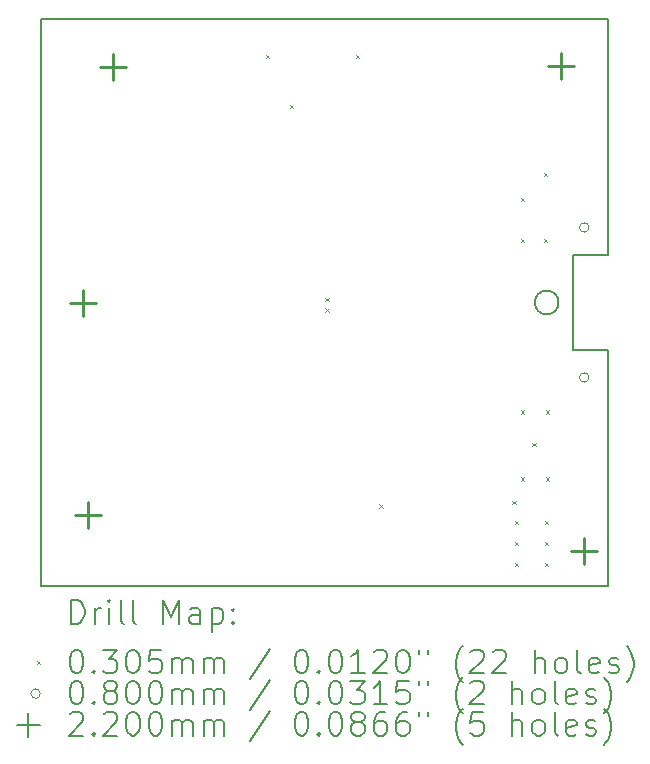
<source format=gbr>
%TF.GenerationSoftware,KiCad,Pcbnew,7.0.10-7.0.10~ubuntu22.04.1*%
%TF.CreationDate,2024-06-11T12:31:44+02:00*%
%TF.ProjectId,PQ_Lat_Board,50515f4c-6174-45f4-926f-6172642e6b69,rev?*%
%TF.SameCoordinates,Original*%
%TF.FileFunction,Drillmap*%
%TF.FilePolarity,Positive*%
%FSLAX45Y45*%
G04 Gerber Fmt 4.5, Leading zero omitted, Abs format (unit mm)*
G04 Created by KiCad (PCBNEW 7.0.10-7.0.10~ubuntu22.04.1) date 2024-06-11 12:31:44*
%MOMM*%
%LPD*%
G01*
G04 APERTURE LIST*
%ADD10C,0.150000*%
%ADD11C,0.200000*%
%ADD12C,0.100000*%
%ADD13C,0.220000*%
G04 APERTURE END LIST*
D10*
X7500000Y-9000000D02*
X12300000Y-9000000D01*
X12000000Y-6200000D02*
X12300000Y-6200000D01*
X12300000Y-4200000D02*
X12300000Y-6200000D01*
X7500000Y-4200000D02*
X7500000Y-9000000D01*
X7500000Y-4200000D02*
X12300000Y-4200000D01*
X12300000Y-9000000D02*
X12300000Y-7000000D01*
D11*
X11880000Y-6600000D02*
G75*
G03*
X11680000Y-6600000I-100000J0D01*
G01*
X11680000Y-6600000D02*
G75*
G03*
X11880000Y-6600000I100000J0D01*
G01*
D10*
X12000000Y-6200000D02*
X12000000Y-7000000D01*
X12000000Y-7000000D02*
X12300000Y-7000000D01*
D11*
D12*
X9399910Y-4501650D02*
X9430410Y-4532150D01*
X9430410Y-4501650D02*
X9399910Y-4532150D01*
X9603110Y-4925550D02*
X9633610Y-4956050D01*
X9633610Y-4925550D02*
X9603110Y-4956050D01*
X9904750Y-6648750D02*
X9935250Y-6679250D01*
X9935250Y-6648750D02*
X9904750Y-6679250D01*
X9904850Y-6560750D02*
X9935350Y-6591250D01*
X9935350Y-6560750D02*
X9904850Y-6591250D01*
X10161910Y-4501650D02*
X10192410Y-4532150D01*
X10192410Y-4501650D02*
X10161910Y-4532150D01*
X10360030Y-8309110D02*
X10390530Y-8339610D01*
X10390530Y-8309110D02*
X10360030Y-8339610D01*
X11488750Y-8276750D02*
X11519250Y-8307250D01*
X11519250Y-8276750D02*
X11488750Y-8307250D01*
X11508110Y-8448810D02*
X11538610Y-8479310D01*
X11538610Y-8448810D02*
X11508110Y-8479310D01*
X11508110Y-8626610D02*
X11538610Y-8657110D01*
X11538610Y-8626610D02*
X11508110Y-8657110D01*
X11508110Y-8804410D02*
X11538610Y-8834910D01*
X11538610Y-8804410D02*
X11508110Y-8834910D01*
X11558910Y-5713230D02*
X11589410Y-5743730D01*
X11589410Y-5713230D02*
X11558910Y-5743730D01*
X11561450Y-6058670D02*
X11591950Y-6089170D01*
X11591950Y-6058670D02*
X11561450Y-6089170D01*
X11561450Y-7514090D02*
X11591950Y-7544590D01*
X11591950Y-7514090D02*
X11561450Y-7544590D01*
X11561450Y-8077970D02*
X11591950Y-8108470D01*
X11591950Y-8077970D02*
X11561450Y-8108470D01*
X11657970Y-7788410D02*
X11688470Y-7818910D01*
X11688470Y-7788410D02*
X11657970Y-7818910D01*
X11754490Y-5499870D02*
X11784990Y-5530370D01*
X11784990Y-5499870D02*
X11754490Y-5530370D01*
X11754490Y-6058670D02*
X11784990Y-6089170D01*
X11784990Y-6058670D02*
X11754490Y-6089170D01*
X11762110Y-8448810D02*
X11792610Y-8479310D01*
X11792610Y-8448810D02*
X11762110Y-8479310D01*
X11762110Y-8626610D02*
X11792610Y-8657110D01*
X11792610Y-8626610D02*
X11762110Y-8657110D01*
X11762110Y-8804410D02*
X11792610Y-8834910D01*
X11792610Y-8804410D02*
X11762110Y-8834910D01*
X11772270Y-7514090D02*
X11802770Y-7544590D01*
X11802770Y-7514090D02*
X11772270Y-7544590D01*
X11772270Y-8077970D02*
X11802770Y-8108470D01*
X11802770Y-8077970D02*
X11772270Y-8108470D01*
X12137400Y-5964700D02*
G75*
G03*
X12057400Y-5964700I-40000J0D01*
G01*
X12057400Y-5964700D02*
G75*
G03*
X12137400Y-5964700I40000J0D01*
G01*
X12137400Y-7234700D02*
G75*
G03*
X12057400Y-7234700I-40000J0D01*
G01*
X12057400Y-7234700D02*
G75*
G03*
X12137400Y-7234700I40000J0D01*
G01*
D13*
X7850520Y-6492240D02*
X7850520Y-6712240D01*
X7740520Y-6602240D02*
X7960520Y-6602240D01*
X7900000Y-8290000D02*
X7900000Y-8510000D01*
X7790000Y-8400000D02*
X8010000Y-8400000D01*
X8105000Y-4495000D02*
X8105000Y-4715000D01*
X7995000Y-4605000D02*
X8215000Y-4605000D01*
X11900000Y-4490000D02*
X11900000Y-4710000D01*
X11790000Y-4600000D02*
X12010000Y-4600000D01*
X12100000Y-8590000D02*
X12100000Y-8810000D01*
X11990000Y-8700000D02*
X12210000Y-8700000D01*
D11*
X7753277Y-9318984D02*
X7753277Y-9118984D01*
X7753277Y-9118984D02*
X7800896Y-9118984D01*
X7800896Y-9118984D02*
X7829467Y-9128508D01*
X7829467Y-9128508D02*
X7848515Y-9147555D01*
X7848515Y-9147555D02*
X7858039Y-9166603D01*
X7858039Y-9166603D02*
X7867562Y-9204698D01*
X7867562Y-9204698D02*
X7867562Y-9233270D01*
X7867562Y-9233270D02*
X7858039Y-9271365D01*
X7858039Y-9271365D02*
X7848515Y-9290412D01*
X7848515Y-9290412D02*
X7829467Y-9309460D01*
X7829467Y-9309460D02*
X7800896Y-9318984D01*
X7800896Y-9318984D02*
X7753277Y-9318984D01*
X7953277Y-9318984D02*
X7953277Y-9185650D01*
X7953277Y-9223746D02*
X7962801Y-9204698D01*
X7962801Y-9204698D02*
X7972324Y-9195174D01*
X7972324Y-9195174D02*
X7991372Y-9185650D01*
X7991372Y-9185650D02*
X8010420Y-9185650D01*
X8077086Y-9318984D02*
X8077086Y-9185650D01*
X8077086Y-9118984D02*
X8067562Y-9128508D01*
X8067562Y-9128508D02*
X8077086Y-9138031D01*
X8077086Y-9138031D02*
X8086610Y-9128508D01*
X8086610Y-9128508D02*
X8077086Y-9118984D01*
X8077086Y-9118984D02*
X8077086Y-9138031D01*
X8200896Y-9318984D02*
X8181848Y-9309460D01*
X8181848Y-9309460D02*
X8172324Y-9290412D01*
X8172324Y-9290412D02*
X8172324Y-9118984D01*
X8305658Y-9318984D02*
X8286610Y-9309460D01*
X8286610Y-9309460D02*
X8277086Y-9290412D01*
X8277086Y-9290412D02*
X8277086Y-9118984D01*
X8534229Y-9318984D02*
X8534229Y-9118984D01*
X8534229Y-9118984D02*
X8600896Y-9261841D01*
X8600896Y-9261841D02*
X8667563Y-9118984D01*
X8667563Y-9118984D02*
X8667563Y-9318984D01*
X8848515Y-9318984D02*
X8848515Y-9214222D01*
X8848515Y-9214222D02*
X8838991Y-9195174D01*
X8838991Y-9195174D02*
X8819944Y-9185650D01*
X8819944Y-9185650D02*
X8781848Y-9185650D01*
X8781848Y-9185650D02*
X8762801Y-9195174D01*
X8848515Y-9309460D02*
X8829467Y-9318984D01*
X8829467Y-9318984D02*
X8781848Y-9318984D01*
X8781848Y-9318984D02*
X8762801Y-9309460D01*
X8762801Y-9309460D02*
X8753277Y-9290412D01*
X8753277Y-9290412D02*
X8753277Y-9271365D01*
X8753277Y-9271365D02*
X8762801Y-9252317D01*
X8762801Y-9252317D02*
X8781848Y-9242793D01*
X8781848Y-9242793D02*
X8829467Y-9242793D01*
X8829467Y-9242793D02*
X8848515Y-9233270D01*
X8943753Y-9185650D02*
X8943753Y-9385650D01*
X8943753Y-9195174D02*
X8962801Y-9185650D01*
X8962801Y-9185650D02*
X9000896Y-9185650D01*
X9000896Y-9185650D02*
X9019944Y-9195174D01*
X9019944Y-9195174D02*
X9029467Y-9204698D01*
X9029467Y-9204698D02*
X9038991Y-9223746D01*
X9038991Y-9223746D02*
X9038991Y-9280889D01*
X9038991Y-9280889D02*
X9029467Y-9299936D01*
X9029467Y-9299936D02*
X9019944Y-9309460D01*
X9019944Y-9309460D02*
X9000896Y-9318984D01*
X9000896Y-9318984D02*
X8962801Y-9318984D01*
X8962801Y-9318984D02*
X8943753Y-9309460D01*
X9124705Y-9299936D02*
X9134229Y-9309460D01*
X9134229Y-9309460D02*
X9124705Y-9318984D01*
X9124705Y-9318984D02*
X9115182Y-9309460D01*
X9115182Y-9309460D02*
X9124705Y-9299936D01*
X9124705Y-9299936D02*
X9124705Y-9318984D01*
X9124705Y-9195174D02*
X9134229Y-9204698D01*
X9134229Y-9204698D02*
X9124705Y-9214222D01*
X9124705Y-9214222D02*
X9115182Y-9204698D01*
X9115182Y-9204698D02*
X9124705Y-9195174D01*
X9124705Y-9195174D02*
X9124705Y-9214222D01*
D12*
X7462000Y-9632250D02*
X7492500Y-9662750D01*
X7492500Y-9632250D02*
X7462000Y-9662750D01*
D11*
X7791372Y-9538984D02*
X7810420Y-9538984D01*
X7810420Y-9538984D02*
X7829467Y-9548508D01*
X7829467Y-9548508D02*
X7838991Y-9558031D01*
X7838991Y-9558031D02*
X7848515Y-9577079D01*
X7848515Y-9577079D02*
X7858039Y-9615174D01*
X7858039Y-9615174D02*
X7858039Y-9662793D01*
X7858039Y-9662793D02*
X7848515Y-9700889D01*
X7848515Y-9700889D02*
X7838991Y-9719936D01*
X7838991Y-9719936D02*
X7829467Y-9729460D01*
X7829467Y-9729460D02*
X7810420Y-9738984D01*
X7810420Y-9738984D02*
X7791372Y-9738984D01*
X7791372Y-9738984D02*
X7772324Y-9729460D01*
X7772324Y-9729460D02*
X7762801Y-9719936D01*
X7762801Y-9719936D02*
X7753277Y-9700889D01*
X7753277Y-9700889D02*
X7743753Y-9662793D01*
X7743753Y-9662793D02*
X7743753Y-9615174D01*
X7743753Y-9615174D02*
X7753277Y-9577079D01*
X7753277Y-9577079D02*
X7762801Y-9558031D01*
X7762801Y-9558031D02*
X7772324Y-9548508D01*
X7772324Y-9548508D02*
X7791372Y-9538984D01*
X7943753Y-9719936D02*
X7953277Y-9729460D01*
X7953277Y-9729460D02*
X7943753Y-9738984D01*
X7943753Y-9738984D02*
X7934229Y-9729460D01*
X7934229Y-9729460D02*
X7943753Y-9719936D01*
X7943753Y-9719936D02*
X7943753Y-9738984D01*
X8019943Y-9538984D02*
X8143753Y-9538984D01*
X8143753Y-9538984D02*
X8077086Y-9615174D01*
X8077086Y-9615174D02*
X8105658Y-9615174D01*
X8105658Y-9615174D02*
X8124705Y-9624698D01*
X8124705Y-9624698D02*
X8134229Y-9634222D01*
X8134229Y-9634222D02*
X8143753Y-9653270D01*
X8143753Y-9653270D02*
X8143753Y-9700889D01*
X8143753Y-9700889D02*
X8134229Y-9719936D01*
X8134229Y-9719936D02*
X8124705Y-9729460D01*
X8124705Y-9729460D02*
X8105658Y-9738984D01*
X8105658Y-9738984D02*
X8048515Y-9738984D01*
X8048515Y-9738984D02*
X8029467Y-9729460D01*
X8029467Y-9729460D02*
X8019943Y-9719936D01*
X8267562Y-9538984D02*
X8286610Y-9538984D01*
X8286610Y-9538984D02*
X8305658Y-9548508D01*
X8305658Y-9548508D02*
X8315182Y-9558031D01*
X8315182Y-9558031D02*
X8324705Y-9577079D01*
X8324705Y-9577079D02*
X8334229Y-9615174D01*
X8334229Y-9615174D02*
X8334229Y-9662793D01*
X8334229Y-9662793D02*
X8324705Y-9700889D01*
X8324705Y-9700889D02*
X8315182Y-9719936D01*
X8315182Y-9719936D02*
X8305658Y-9729460D01*
X8305658Y-9729460D02*
X8286610Y-9738984D01*
X8286610Y-9738984D02*
X8267562Y-9738984D01*
X8267562Y-9738984D02*
X8248515Y-9729460D01*
X8248515Y-9729460D02*
X8238991Y-9719936D01*
X8238991Y-9719936D02*
X8229467Y-9700889D01*
X8229467Y-9700889D02*
X8219943Y-9662793D01*
X8219943Y-9662793D02*
X8219943Y-9615174D01*
X8219943Y-9615174D02*
X8229467Y-9577079D01*
X8229467Y-9577079D02*
X8238991Y-9558031D01*
X8238991Y-9558031D02*
X8248515Y-9548508D01*
X8248515Y-9548508D02*
X8267562Y-9538984D01*
X8515182Y-9538984D02*
X8419944Y-9538984D01*
X8419944Y-9538984D02*
X8410420Y-9634222D01*
X8410420Y-9634222D02*
X8419944Y-9624698D01*
X8419944Y-9624698D02*
X8438991Y-9615174D01*
X8438991Y-9615174D02*
X8486610Y-9615174D01*
X8486610Y-9615174D02*
X8505658Y-9624698D01*
X8505658Y-9624698D02*
X8515182Y-9634222D01*
X8515182Y-9634222D02*
X8524705Y-9653270D01*
X8524705Y-9653270D02*
X8524705Y-9700889D01*
X8524705Y-9700889D02*
X8515182Y-9719936D01*
X8515182Y-9719936D02*
X8505658Y-9729460D01*
X8505658Y-9729460D02*
X8486610Y-9738984D01*
X8486610Y-9738984D02*
X8438991Y-9738984D01*
X8438991Y-9738984D02*
X8419944Y-9729460D01*
X8419944Y-9729460D02*
X8410420Y-9719936D01*
X8610420Y-9738984D02*
X8610420Y-9605650D01*
X8610420Y-9624698D02*
X8619944Y-9615174D01*
X8619944Y-9615174D02*
X8638991Y-9605650D01*
X8638991Y-9605650D02*
X8667563Y-9605650D01*
X8667563Y-9605650D02*
X8686610Y-9615174D01*
X8686610Y-9615174D02*
X8696134Y-9634222D01*
X8696134Y-9634222D02*
X8696134Y-9738984D01*
X8696134Y-9634222D02*
X8705658Y-9615174D01*
X8705658Y-9615174D02*
X8724705Y-9605650D01*
X8724705Y-9605650D02*
X8753277Y-9605650D01*
X8753277Y-9605650D02*
X8772325Y-9615174D01*
X8772325Y-9615174D02*
X8781848Y-9634222D01*
X8781848Y-9634222D02*
X8781848Y-9738984D01*
X8877086Y-9738984D02*
X8877086Y-9605650D01*
X8877086Y-9624698D02*
X8886610Y-9615174D01*
X8886610Y-9615174D02*
X8905658Y-9605650D01*
X8905658Y-9605650D02*
X8934229Y-9605650D01*
X8934229Y-9605650D02*
X8953277Y-9615174D01*
X8953277Y-9615174D02*
X8962801Y-9634222D01*
X8962801Y-9634222D02*
X8962801Y-9738984D01*
X8962801Y-9634222D02*
X8972325Y-9615174D01*
X8972325Y-9615174D02*
X8991372Y-9605650D01*
X8991372Y-9605650D02*
X9019944Y-9605650D01*
X9019944Y-9605650D02*
X9038991Y-9615174D01*
X9038991Y-9615174D02*
X9048515Y-9634222D01*
X9048515Y-9634222D02*
X9048515Y-9738984D01*
X9438991Y-9529460D02*
X9267563Y-9786603D01*
X9696134Y-9538984D02*
X9715182Y-9538984D01*
X9715182Y-9538984D02*
X9734229Y-9548508D01*
X9734229Y-9548508D02*
X9743753Y-9558031D01*
X9743753Y-9558031D02*
X9753277Y-9577079D01*
X9753277Y-9577079D02*
X9762801Y-9615174D01*
X9762801Y-9615174D02*
X9762801Y-9662793D01*
X9762801Y-9662793D02*
X9753277Y-9700889D01*
X9753277Y-9700889D02*
X9743753Y-9719936D01*
X9743753Y-9719936D02*
X9734229Y-9729460D01*
X9734229Y-9729460D02*
X9715182Y-9738984D01*
X9715182Y-9738984D02*
X9696134Y-9738984D01*
X9696134Y-9738984D02*
X9677087Y-9729460D01*
X9677087Y-9729460D02*
X9667563Y-9719936D01*
X9667563Y-9719936D02*
X9658039Y-9700889D01*
X9658039Y-9700889D02*
X9648515Y-9662793D01*
X9648515Y-9662793D02*
X9648515Y-9615174D01*
X9648515Y-9615174D02*
X9658039Y-9577079D01*
X9658039Y-9577079D02*
X9667563Y-9558031D01*
X9667563Y-9558031D02*
X9677087Y-9548508D01*
X9677087Y-9548508D02*
X9696134Y-9538984D01*
X9848515Y-9719936D02*
X9858039Y-9729460D01*
X9858039Y-9729460D02*
X9848515Y-9738984D01*
X9848515Y-9738984D02*
X9838991Y-9729460D01*
X9838991Y-9729460D02*
X9848515Y-9719936D01*
X9848515Y-9719936D02*
X9848515Y-9738984D01*
X9981848Y-9538984D02*
X10000896Y-9538984D01*
X10000896Y-9538984D02*
X10019944Y-9548508D01*
X10019944Y-9548508D02*
X10029468Y-9558031D01*
X10029468Y-9558031D02*
X10038991Y-9577079D01*
X10038991Y-9577079D02*
X10048515Y-9615174D01*
X10048515Y-9615174D02*
X10048515Y-9662793D01*
X10048515Y-9662793D02*
X10038991Y-9700889D01*
X10038991Y-9700889D02*
X10029468Y-9719936D01*
X10029468Y-9719936D02*
X10019944Y-9729460D01*
X10019944Y-9729460D02*
X10000896Y-9738984D01*
X10000896Y-9738984D02*
X9981848Y-9738984D01*
X9981848Y-9738984D02*
X9962801Y-9729460D01*
X9962801Y-9729460D02*
X9953277Y-9719936D01*
X9953277Y-9719936D02*
X9943753Y-9700889D01*
X9943753Y-9700889D02*
X9934229Y-9662793D01*
X9934229Y-9662793D02*
X9934229Y-9615174D01*
X9934229Y-9615174D02*
X9943753Y-9577079D01*
X9943753Y-9577079D02*
X9953277Y-9558031D01*
X9953277Y-9558031D02*
X9962801Y-9548508D01*
X9962801Y-9548508D02*
X9981848Y-9538984D01*
X10238991Y-9738984D02*
X10124706Y-9738984D01*
X10181848Y-9738984D02*
X10181848Y-9538984D01*
X10181848Y-9538984D02*
X10162801Y-9567555D01*
X10162801Y-9567555D02*
X10143753Y-9586603D01*
X10143753Y-9586603D02*
X10124706Y-9596127D01*
X10315182Y-9558031D02*
X10324706Y-9548508D01*
X10324706Y-9548508D02*
X10343753Y-9538984D01*
X10343753Y-9538984D02*
X10391372Y-9538984D01*
X10391372Y-9538984D02*
X10410420Y-9548508D01*
X10410420Y-9548508D02*
X10419944Y-9558031D01*
X10419944Y-9558031D02*
X10429468Y-9577079D01*
X10429468Y-9577079D02*
X10429468Y-9596127D01*
X10429468Y-9596127D02*
X10419944Y-9624698D01*
X10419944Y-9624698D02*
X10305658Y-9738984D01*
X10305658Y-9738984D02*
X10429468Y-9738984D01*
X10553277Y-9538984D02*
X10572325Y-9538984D01*
X10572325Y-9538984D02*
X10591372Y-9548508D01*
X10591372Y-9548508D02*
X10600896Y-9558031D01*
X10600896Y-9558031D02*
X10610420Y-9577079D01*
X10610420Y-9577079D02*
X10619944Y-9615174D01*
X10619944Y-9615174D02*
X10619944Y-9662793D01*
X10619944Y-9662793D02*
X10610420Y-9700889D01*
X10610420Y-9700889D02*
X10600896Y-9719936D01*
X10600896Y-9719936D02*
X10591372Y-9729460D01*
X10591372Y-9729460D02*
X10572325Y-9738984D01*
X10572325Y-9738984D02*
X10553277Y-9738984D01*
X10553277Y-9738984D02*
X10534229Y-9729460D01*
X10534229Y-9729460D02*
X10524706Y-9719936D01*
X10524706Y-9719936D02*
X10515182Y-9700889D01*
X10515182Y-9700889D02*
X10505658Y-9662793D01*
X10505658Y-9662793D02*
X10505658Y-9615174D01*
X10505658Y-9615174D02*
X10515182Y-9577079D01*
X10515182Y-9577079D02*
X10524706Y-9558031D01*
X10524706Y-9558031D02*
X10534229Y-9548508D01*
X10534229Y-9548508D02*
X10553277Y-9538984D01*
X10696134Y-9538984D02*
X10696134Y-9577079D01*
X10772325Y-9538984D02*
X10772325Y-9577079D01*
X11067563Y-9815174D02*
X11058039Y-9805650D01*
X11058039Y-9805650D02*
X11038991Y-9777079D01*
X11038991Y-9777079D02*
X11029468Y-9758031D01*
X11029468Y-9758031D02*
X11019944Y-9729460D01*
X11019944Y-9729460D02*
X11010420Y-9681841D01*
X11010420Y-9681841D02*
X11010420Y-9643746D01*
X11010420Y-9643746D02*
X11019944Y-9596127D01*
X11019944Y-9596127D02*
X11029468Y-9567555D01*
X11029468Y-9567555D02*
X11038991Y-9548508D01*
X11038991Y-9548508D02*
X11058039Y-9519936D01*
X11058039Y-9519936D02*
X11067563Y-9510412D01*
X11134230Y-9558031D02*
X11143753Y-9548508D01*
X11143753Y-9548508D02*
X11162801Y-9538984D01*
X11162801Y-9538984D02*
X11210420Y-9538984D01*
X11210420Y-9538984D02*
X11229468Y-9548508D01*
X11229468Y-9548508D02*
X11238991Y-9558031D01*
X11238991Y-9558031D02*
X11248515Y-9577079D01*
X11248515Y-9577079D02*
X11248515Y-9596127D01*
X11248515Y-9596127D02*
X11238991Y-9624698D01*
X11238991Y-9624698D02*
X11124706Y-9738984D01*
X11124706Y-9738984D02*
X11248515Y-9738984D01*
X11324706Y-9558031D02*
X11334229Y-9548508D01*
X11334229Y-9548508D02*
X11353277Y-9538984D01*
X11353277Y-9538984D02*
X11400896Y-9538984D01*
X11400896Y-9538984D02*
X11419944Y-9548508D01*
X11419944Y-9548508D02*
X11429468Y-9558031D01*
X11429468Y-9558031D02*
X11438991Y-9577079D01*
X11438991Y-9577079D02*
X11438991Y-9596127D01*
X11438991Y-9596127D02*
X11429468Y-9624698D01*
X11429468Y-9624698D02*
X11315182Y-9738984D01*
X11315182Y-9738984D02*
X11438991Y-9738984D01*
X11677087Y-9738984D02*
X11677087Y-9538984D01*
X11762801Y-9738984D02*
X11762801Y-9634222D01*
X11762801Y-9634222D02*
X11753277Y-9615174D01*
X11753277Y-9615174D02*
X11734230Y-9605650D01*
X11734230Y-9605650D02*
X11705658Y-9605650D01*
X11705658Y-9605650D02*
X11686610Y-9615174D01*
X11686610Y-9615174D02*
X11677087Y-9624698D01*
X11886610Y-9738984D02*
X11867563Y-9729460D01*
X11867563Y-9729460D02*
X11858039Y-9719936D01*
X11858039Y-9719936D02*
X11848515Y-9700889D01*
X11848515Y-9700889D02*
X11848515Y-9643746D01*
X11848515Y-9643746D02*
X11858039Y-9624698D01*
X11858039Y-9624698D02*
X11867563Y-9615174D01*
X11867563Y-9615174D02*
X11886610Y-9605650D01*
X11886610Y-9605650D02*
X11915182Y-9605650D01*
X11915182Y-9605650D02*
X11934230Y-9615174D01*
X11934230Y-9615174D02*
X11943753Y-9624698D01*
X11943753Y-9624698D02*
X11953277Y-9643746D01*
X11953277Y-9643746D02*
X11953277Y-9700889D01*
X11953277Y-9700889D02*
X11943753Y-9719936D01*
X11943753Y-9719936D02*
X11934230Y-9729460D01*
X11934230Y-9729460D02*
X11915182Y-9738984D01*
X11915182Y-9738984D02*
X11886610Y-9738984D01*
X12067563Y-9738984D02*
X12048515Y-9729460D01*
X12048515Y-9729460D02*
X12038991Y-9710412D01*
X12038991Y-9710412D02*
X12038991Y-9538984D01*
X12219944Y-9729460D02*
X12200896Y-9738984D01*
X12200896Y-9738984D02*
X12162801Y-9738984D01*
X12162801Y-9738984D02*
X12143753Y-9729460D01*
X12143753Y-9729460D02*
X12134230Y-9710412D01*
X12134230Y-9710412D02*
X12134230Y-9634222D01*
X12134230Y-9634222D02*
X12143753Y-9615174D01*
X12143753Y-9615174D02*
X12162801Y-9605650D01*
X12162801Y-9605650D02*
X12200896Y-9605650D01*
X12200896Y-9605650D02*
X12219944Y-9615174D01*
X12219944Y-9615174D02*
X12229468Y-9634222D01*
X12229468Y-9634222D02*
X12229468Y-9653270D01*
X12229468Y-9653270D02*
X12134230Y-9672317D01*
X12305658Y-9729460D02*
X12324706Y-9738984D01*
X12324706Y-9738984D02*
X12362801Y-9738984D01*
X12362801Y-9738984D02*
X12381849Y-9729460D01*
X12381849Y-9729460D02*
X12391372Y-9710412D01*
X12391372Y-9710412D02*
X12391372Y-9700889D01*
X12391372Y-9700889D02*
X12381849Y-9681841D01*
X12381849Y-9681841D02*
X12362801Y-9672317D01*
X12362801Y-9672317D02*
X12334230Y-9672317D01*
X12334230Y-9672317D02*
X12315182Y-9662793D01*
X12315182Y-9662793D02*
X12305658Y-9643746D01*
X12305658Y-9643746D02*
X12305658Y-9634222D01*
X12305658Y-9634222D02*
X12315182Y-9615174D01*
X12315182Y-9615174D02*
X12334230Y-9605650D01*
X12334230Y-9605650D02*
X12362801Y-9605650D01*
X12362801Y-9605650D02*
X12381849Y-9615174D01*
X12458039Y-9815174D02*
X12467563Y-9805650D01*
X12467563Y-9805650D02*
X12486611Y-9777079D01*
X12486611Y-9777079D02*
X12496134Y-9758031D01*
X12496134Y-9758031D02*
X12505658Y-9729460D01*
X12505658Y-9729460D02*
X12515182Y-9681841D01*
X12515182Y-9681841D02*
X12515182Y-9643746D01*
X12515182Y-9643746D02*
X12505658Y-9596127D01*
X12505658Y-9596127D02*
X12496134Y-9567555D01*
X12496134Y-9567555D02*
X12486611Y-9548508D01*
X12486611Y-9548508D02*
X12467563Y-9519936D01*
X12467563Y-9519936D02*
X12458039Y-9510412D01*
D12*
X7492500Y-9911500D02*
G75*
G03*
X7412500Y-9911500I-40000J0D01*
G01*
X7412500Y-9911500D02*
G75*
G03*
X7492500Y-9911500I40000J0D01*
G01*
D11*
X7791372Y-9802984D02*
X7810420Y-9802984D01*
X7810420Y-9802984D02*
X7829467Y-9812508D01*
X7829467Y-9812508D02*
X7838991Y-9822031D01*
X7838991Y-9822031D02*
X7848515Y-9841079D01*
X7848515Y-9841079D02*
X7858039Y-9879174D01*
X7858039Y-9879174D02*
X7858039Y-9926793D01*
X7858039Y-9926793D02*
X7848515Y-9964889D01*
X7848515Y-9964889D02*
X7838991Y-9983936D01*
X7838991Y-9983936D02*
X7829467Y-9993460D01*
X7829467Y-9993460D02*
X7810420Y-10002984D01*
X7810420Y-10002984D02*
X7791372Y-10002984D01*
X7791372Y-10002984D02*
X7772324Y-9993460D01*
X7772324Y-9993460D02*
X7762801Y-9983936D01*
X7762801Y-9983936D02*
X7753277Y-9964889D01*
X7753277Y-9964889D02*
X7743753Y-9926793D01*
X7743753Y-9926793D02*
X7743753Y-9879174D01*
X7743753Y-9879174D02*
X7753277Y-9841079D01*
X7753277Y-9841079D02*
X7762801Y-9822031D01*
X7762801Y-9822031D02*
X7772324Y-9812508D01*
X7772324Y-9812508D02*
X7791372Y-9802984D01*
X7943753Y-9983936D02*
X7953277Y-9993460D01*
X7953277Y-9993460D02*
X7943753Y-10002984D01*
X7943753Y-10002984D02*
X7934229Y-9993460D01*
X7934229Y-9993460D02*
X7943753Y-9983936D01*
X7943753Y-9983936D02*
X7943753Y-10002984D01*
X8067562Y-9888698D02*
X8048515Y-9879174D01*
X8048515Y-9879174D02*
X8038991Y-9869650D01*
X8038991Y-9869650D02*
X8029467Y-9850603D01*
X8029467Y-9850603D02*
X8029467Y-9841079D01*
X8029467Y-9841079D02*
X8038991Y-9822031D01*
X8038991Y-9822031D02*
X8048515Y-9812508D01*
X8048515Y-9812508D02*
X8067562Y-9802984D01*
X8067562Y-9802984D02*
X8105658Y-9802984D01*
X8105658Y-9802984D02*
X8124705Y-9812508D01*
X8124705Y-9812508D02*
X8134229Y-9822031D01*
X8134229Y-9822031D02*
X8143753Y-9841079D01*
X8143753Y-9841079D02*
X8143753Y-9850603D01*
X8143753Y-9850603D02*
X8134229Y-9869650D01*
X8134229Y-9869650D02*
X8124705Y-9879174D01*
X8124705Y-9879174D02*
X8105658Y-9888698D01*
X8105658Y-9888698D02*
X8067562Y-9888698D01*
X8067562Y-9888698D02*
X8048515Y-9898222D01*
X8048515Y-9898222D02*
X8038991Y-9907746D01*
X8038991Y-9907746D02*
X8029467Y-9926793D01*
X8029467Y-9926793D02*
X8029467Y-9964889D01*
X8029467Y-9964889D02*
X8038991Y-9983936D01*
X8038991Y-9983936D02*
X8048515Y-9993460D01*
X8048515Y-9993460D02*
X8067562Y-10002984D01*
X8067562Y-10002984D02*
X8105658Y-10002984D01*
X8105658Y-10002984D02*
X8124705Y-9993460D01*
X8124705Y-9993460D02*
X8134229Y-9983936D01*
X8134229Y-9983936D02*
X8143753Y-9964889D01*
X8143753Y-9964889D02*
X8143753Y-9926793D01*
X8143753Y-9926793D02*
X8134229Y-9907746D01*
X8134229Y-9907746D02*
X8124705Y-9898222D01*
X8124705Y-9898222D02*
X8105658Y-9888698D01*
X8267562Y-9802984D02*
X8286610Y-9802984D01*
X8286610Y-9802984D02*
X8305658Y-9812508D01*
X8305658Y-9812508D02*
X8315182Y-9822031D01*
X8315182Y-9822031D02*
X8324705Y-9841079D01*
X8324705Y-9841079D02*
X8334229Y-9879174D01*
X8334229Y-9879174D02*
X8334229Y-9926793D01*
X8334229Y-9926793D02*
X8324705Y-9964889D01*
X8324705Y-9964889D02*
X8315182Y-9983936D01*
X8315182Y-9983936D02*
X8305658Y-9993460D01*
X8305658Y-9993460D02*
X8286610Y-10002984D01*
X8286610Y-10002984D02*
X8267562Y-10002984D01*
X8267562Y-10002984D02*
X8248515Y-9993460D01*
X8248515Y-9993460D02*
X8238991Y-9983936D01*
X8238991Y-9983936D02*
X8229467Y-9964889D01*
X8229467Y-9964889D02*
X8219943Y-9926793D01*
X8219943Y-9926793D02*
X8219943Y-9879174D01*
X8219943Y-9879174D02*
X8229467Y-9841079D01*
X8229467Y-9841079D02*
X8238991Y-9822031D01*
X8238991Y-9822031D02*
X8248515Y-9812508D01*
X8248515Y-9812508D02*
X8267562Y-9802984D01*
X8458039Y-9802984D02*
X8477086Y-9802984D01*
X8477086Y-9802984D02*
X8496134Y-9812508D01*
X8496134Y-9812508D02*
X8505658Y-9822031D01*
X8505658Y-9822031D02*
X8515182Y-9841079D01*
X8515182Y-9841079D02*
X8524705Y-9879174D01*
X8524705Y-9879174D02*
X8524705Y-9926793D01*
X8524705Y-9926793D02*
X8515182Y-9964889D01*
X8515182Y-9964889D02*
X8505658Y-9983936D01*
X8505658Y-9983936D02*
X8496134Y-9993460D01*
X8496134Y-9993460D02*
X8477086Y-10002984D01*
X8477086Y-10002984D02*
X8458039Y-10002984D01*
X8458039Y-10002984D02*
X8438991Y-9993460D01*
X8438991Y-9993460D02*
X8429467Y-9983936D01*
X8429467Y-9983936D02*
X8419944Y-9964889D01*
X8419944Y-9964889D02*
X8410420Y-9926793D01*
X8410420Y-9926793D02*
X8410420Y-9879174D01*
X8410420Y-9879174D02*
X8419944Y-9841079D01*
X8419944Y-9841079D02*
X8429467Y-9822031D01*
X8429467Y-9822031D02*
X8438991Y-9812508D01*
X8438991Y-9812508D02*
X8458039Y-9802984D01*
X8610420Y-10002984D02*
X8610420Y-9869650D01*
X8610420Y-9888698D02*
X8619944Y-9879174D01*
X8619944Y-9879174D02*
X8638991Y-9869650D01*
X8638991Y-9869650D02*
X8667563Y-9869650D01*
X8667563Y-9869650D02*
X8686610Y-9879174D01*
X8686610Y-9879174D02*
X8696134Y-9898222D01*
X8696134Y-9898222D02*
X8696134Y-10002984D01*
X8696134Y-9898222D02*
X8705658Y-9879174D01*
X8705658Y-9879174D02*
X8724705Y-9869650D01*
X8724705Y-9869650D02*
X8753277Y-9869650D01*
X8753277Y-9869650D02*
X8772325Y-9879174D01*
X8772325Y-9879174D02*
X8781848Y-9898222D01*
X8781848Y-9898222D02*
X8781848Y-10002984D01*
X8877086Y-10002984D02*
X8877086Y-9869650D01*
X8877086Y-9888698D02*
X8886610Y-9879174D01*
X8886610Y-9879174D02*
X8905658Y-9869650D01*
X8905658Y-9869650D02*
X8934229Y-9869650D01*
X8934229Y-9869650D02*
X8953277Y-9879174D01*
X8953277Y-9879174D02*
X8962801Y-9898222D01*
X8962801Y-9898222D02*
X8962801Y-10002984D01*
X8962801Y-9898222D02*
X8972325Y-9879174D01*
X8972325Y-9879174D02*
X8991372Y-9869650D01*
X8991372Y-9869650D02*
X9019944Y-9869650D01*
X9019944Y-9869650D02*
X9038991Y-9879174D01*
X9038991Y-9879174D02*
X9048515Y-9898222D01*
X9048515Y-9898222D02*
X9048515Y-10002984D01*
X9438991Y-9793460D02*
X9267563Y-10050603D01*
X9696134Y-9802984D02*
X9715182Y-9802984D01*
X9715182Y-9802984D02*
X9734229Y-9812508D01*
X9734229Y-9812508D02*
X9743753Y-9822031D01*
X9743753Y-9822031D02*
X9753277Y-9841079D01*
X9753277Y-9841079D02*
X9762801Y-9879174D01*
X9762801Y-9879174D02*
X9762801Y-9926793D01*
X9762801Y-9926793D02*
X9753277Y-9964889D01*
X9753277Y-9964889D02*
X9743753Y-9983936D01*
X9743753Y-9983936D02*
X9734229Y-9993460D01*
X9734229Y-9993460D02*
X9715182Y-10002984D01*
X9715182Y-10002984D02*
X9696134Y-10002984D01*
X9696134Y-10002984D02*
X9677087Y-9993460D01*
X9677087Y-9993460D02*
X9667563Y-9983936D01*
X9667563Y-9983936D02*
X9658039Y-9964889D01*
X9658039Y-9964889D02*
X9648515Y-9926793D01*
X9648515Y-9926793D02*
X9648515Y-9879174D01*
X9648515Y-9879174D02*
X9658039Y-9841079D01*
X9658039Y-9841079D02*
X9667563Y-9822031D01*
X9667563Y-9822031D02*
X9677087Y-9812508D01*
X9677087Y-9812508D02*
X9696134Y-9802984D01*
X9848515Y-9983936D02*
X9858039Y-9993460D01*
X9858039Y-9993460D02*
X9848515Y-10002984D01*
X9848515Y-10002984D02*
X9838991Y-9993460D01*
X9838991Y-9993460D02*
X9848515Y-9983936D01*
X9848515Y-9983936D02*
X9848515Y-10002984D01*
X9981848Y-9802984D02*
X10000896Y-9802984D01*
X10000896Y-9802984D02*
X10019944Y-9812508D01*
X10019944Y-9812508D02*
X10029468Y-9822031D01*
X10029468Y-9822031D02*
X10038991Y-9841079D01*
X10038991Y-9841079D02*
X10048515Y-9879174D01*
X10048515Y-9879174D02*
X10048515Y-9926793D01*
X10048515Y-9926793D02*
X10038991Y-9964889D01*
X10038991Y-9964889D02*
X10029468Y-9983936D01*
X10029468Y-9983936D02*
X10019944Y-9993460D01*
X10019944Y-9993460D02*
X10000896Y-10002984D01*
X10000896Y-10002984D02*
X9981848Y-10002984D01*
X9981848Y-10002984D02*
X9962801Y-9993460D01*
X9962801Y-9993460D02*
X9953277Y-9983936D01*
X9953277Y-9983936D02*
X9943753Y-9964889D01*
X9943753Y-9964889D02*
X9934229Y-9926793D01*
X9934229Y-9926793D02*
X9934229Y-9879174D01*
X9934229Y-9879174D02*
X9943753Y-9841079D01*
X9943753Y-9841079D02*
X9953277Y-9822031D01*
X9953277Y-9822031D02*
X9962801Y-9812508D01*
X9962801Y-9812508D02*
X9981848Y-9802984D01*
X10115182Y-9802984D02*
X10238991Y-9802984D01*
X10238991Y-9802984D02*
X10172325Y-9879174D01*
X10172325Y-9879174D02*
X10200896Y-9879174D01*
X10200896Y-9879174D02*
X10219944Y-9888698D01*
X10219944Y-9888698D02*
X10229468Y-9898222D01*
X10229468Y-9898222D02*
X10238991Y-9917270D01*
X10238991Y-9917270D02*
X10238991Y-9964889D01*
X10238991Y-9964889D02*
X10229468Y-9983936D01*
X10229468Y-9983936D02*
X10219944Y-9993460D01*
X10219944Y-9993460D02*
X10200896Y-10002984D01*
X10200896Y-10002984D02*
X10143753Y-10002984D01*
X10143753Y-10002984D02*
X10124706Y-9993460D01*
X10124706Y-9993460D02*
X10115182Y-9983936D01*
X10429468Y-10002984D02*
X10315182Y-10002984D01*
X10372325Y-10002984D02*
X10372325Y-9802984D01*
X10372325Y-9802984D02*
X10353277Y-9831555D01*
X10353277Y-9831555D02*
X10334229Y-9850603D01*
X10334229Y-9850603D02*
X10315182Y-9860127D01*
X10610420Y-9802984D02*
X10515182Y-9802984D01*
X10515182Y-9802984D02*
X10505658Y-9898222D01*
X10505658Y-9898222D02*
X10515182Y-9888698D01*
X10515182Y-9888698D02*
X10534229Y-9879174D01*
X10534229Y-9879174D02*
X10581849Y-9879174D01*
X10581849Y-9879174D02*
X10600896Y-9888698D01*
X10600896Y-9888698D02*
X10610420Y-9898222D01*
X10610420Y-9898222D02*
X10619944Y-9917270D01*
X10619944Y-9917270D02*
X10619944Y-9964889D01*
X10619944Y-9964889D02*
X10610420Y-9983936D01*
X10610420Y-9983936D02*
X10600896Y-9993460D01*
X10600896Y-9993460D02*
X10581849Y-10002984D01*
X10581849Y-10002984D02*
X10534229Y-10002984D01*
X10534229Y-10002984D02*
X10515182Y-9993460D01*
X10515182Y-9993460D02*
X10505658Y-9983936D01*
X10696134Y-9802984D02*
X10696134Y-9841079D01*
X10772325Y-9802984D02*
X10772325Y-9841079D01*
X11067563Y-10079174D02*
X11058039Y-10069650D01*
X11058039Y-10069650D02*
X11038991Y-10041079D01*
X11038991Y-10041079D02*
X11029468Y-10022031D01*
X11029468Y-10022031D02*
X11019944Y-9993460D01*
X11019944Y-9993460D02*
X11010420Y-9945841D01*
X11010420Y-9945841D02*
X11010420Y-9907746D01*
X11010420Y-9907746D02*
X11019944Y-9860127D01*
X11019944Y-9860127D02*
X11029468Y-9831555D01*
X11029468Y-9831555D02*
X11038991Y-9812508D01*
X11038991Y-9812508D02*
X11058039Y-9783936D01*
X11058039Y-9783936D02*
X11067563Y-9774412D01*
X11134230Y-9822031D02*
X11143753Y-9812508D01*
X11143753Y-9812508D02*
X11162801Y-9802984D01*
X11162801Y-9802984D02*
X11210420Y-9802984D01*
X11210420Y-9802984D02*
X11229468Y-9812508D01*
X11229468Y-9812508D02*
X11238991Y-9822031D01*
X11238991Y-9822031D02*
X11248515Y-9841079D01*
X11248515Y-9841079D02*
X11248515Y-9860127D01*
X11248515Y-9860127D02*
X11238991Y-9888698D01*
X11238991Y-9888698D02*
X11124706Y-10002984D01*
X11124706Y-10002984D02*
X11248515Y-10002984D01*
X11486610Y-10002984D02*
X11486610Y-9802984D01*
X11572325Y-10002984D02*
X11572325Y-9898222D01*
X11572325Y-9898222D02*
X11562801Y-9879174D01*
X11562801Y-9879174D02*
X11543753Y-9869650D01*
X11543753Y-9869650D02*
X11515182Y-9869650D01*
X11515182Y-9869650D02*
X11496134Y-9879174D01*
X11496134Y-9879174D02*
X11486610Y-9888698D01*
X11696134Y-10002984D02*
X11677087Y-9993460D01*
X11677087Y-9993460D02*
X11667563Y-9983936D01*
X11667563Y-9983936D02*
X11658039Y-9964889D01*
X11658039Y-9964889D02*
X11658039Y-9907746D01*
X11658039Y-9907746D02*
X11667563Y-9888698D01*
X11667563Y-9888698D02*
X11677087Y-9879174D01*
X11677087Y-9879174D02*
X11696134Y-9869650D01*
X11696134Y-9869650D02*
X11724706Y-9869650D01*
X11724706Y-9869650D02*
X11743753Y-9879174D01*
X11743753Y-9879174D02*
X11753277Y-9888698D01*
X11753277Y-9888698D02*
X11762801Y-9907746D01*
X11762801Y-9907746D02*
X11762801Y-9964889D01*
X11762801Y-9964889D02*
X11753277Y-9983936D01*
X11753277Y-9983936D02*
X11743753Y-9993460D01*
X11743753Y-9993460D02*
X11724706Y-10002984D01*
X11724706Y-10002984D02*
X11696134Y-10002984D01*
X11877087Y-10002984D02*
X11858039Y-9993460D01*
X11858039Y-9993460D02*
X11848515Y-9974412D01*
X11848515Y-9974412D02*
X11848515Y-9802984D01*
X12029468Y-9993460D02*
X12010420Y-10002984D01*
X12010420Y-10002984D02*
X11972325Y-10002984D01*
X11972325Y-10002984D02*
X11953277Y-9993460D01*
X11953277Y-9993460D02*
X11943753Y-9974412D01*
X11943753Y-9974412D02*
X11943753Y-9898222D01*
X11943753Y-9898222D02*
X11953277Y-9879174D01*
X11953277Y-9879174D02*
X11972325Y-9869650D01*
X11972325Y-9869650D02*
X12010420Y-9869650D01*
X12010420Y-9869650D02*
X12029468Y-9879174D01*
X12029468Y-9879174D02*
X12038991Y-9898222D01*
X12038991Y-9898222D02*
X12038991Y-9917270D01*
X12038991Y-9917270D02*
X11943753Y-9936317D01*
X12115182Y-9993460D02*
X12134230Y-10002984D01*
X12134230Y-10002984D02*
X12172325Y-10002984D01*
X12172325Y-10002984D02*
X12191372Y-9993460D01*
X12191372Y-9993460D02*
X12200896Y-9974412D01*
X12200896Y-9974412D02*
X12200896Y-9964889D01*
X12200896Y-9964889D02*
X12191372Y-9945841D01*
X12191372Y-9945841D02*
X12172325Y-9936317D01*
X12172325Y-9936317D02*
X12143753Y-9936317D01*
X12143753Y-9936317D02*
X12124706Y-9926793D01*
X12124706Y-9926793D02*
X12115182Y-9907746D01*
X12115182Y-9907746D02*
X12115182Y-9898222D01*
X12115182Y-9898222D02*
X12124706Y-9879174D01*
X12124706Y-9879174D02*
X12143753Y-9869650D01*
X12143753Y-9869650D02*
X12172325Y-9869650D01*
X12172325Y-9869650D02*
X12191372Y-9879174D01*
X12267563Y-10079174D02*
X12277087Y-10069650D01*
X12277087Y-10069650D02*
X12296134Y-10041079D01*
X12296134Y-10041079D02*
X12305658Y-10022031D01*
X12305658Y-10022031D02*
X12315182Y-9993460D01*
X12315182Y-9993460D02*
X12324706Y-9945841D01*
X12324706Y-9945841D02*
X12324706Y-9907746D01*
X12324706Y-9907746D02*
X12315182Y-9860127D01*
X12315182Y-9860127D02*
X12305658Y-9831555D01*
X12305658Y-9831555D02*
X12296134Y-9812508D01*
X12296134Y-9812508D02*
X12277087Y-9783936D01*
X12277087Y-9783936D02*
X12267563Y-9774412D01*
X7392500Y-10075500D02*
X7392500Y-10275500D01*
X7292500Y-10175500D02*
X7492500Y-10175500D01*
X7743753Y-10086031D02*
X7753277Y-10076508D01*
X7753277Y-10076508D02*
X7772324Y-10066984D01*
X7772324Y-10066984D02*
X7819943Y-10066984D01*
X7819943Y-10066984D02*
X7838991Y-10076508D01*
X7838991Y-10076508D02*
X7848515Y-10086031D01*
X7848515Y-10086031D02*
X7858039Y-10105079D01*
X7858039Y-10105079D02*
X7858039Y-10124127D01*
X7858039Y-10124127D02*
X7848515Y-10152698D01*
X7848515Y-10152698D02*
X7734229Y-10266984D01*
X7734229Y-10266984D02*
X7858039Y-10266984D01*
X7943753Y-10247936D02*
X7953277Y-10257460D01*
X7953277Y-10257460D02*
X7943753Y-10266984D01*
X7943753Y-10266984D02*
X7934229Y-10257460D01*
X7934229Y-10257460D02*
X7943753Y-10247936D01*
X7943753Y-10247936D02*
X7943753Y-10266984D01*
X8029467Y-10086031D02*
X8038991Y-10076508D01*
X8038991Y-10076508D02*
X8058039Y-10066984D01*
X8058039Y-10066984D02*
X8105658Y-10066984D01*
X8105658Y-10066984D02*
X8124705Y-10076508D01*
X8124705Y-10076508D02*
X8134229Y-10086031D01*
X8134229Y-10086031D02*
X8143753Y-10105079D01*
X8143753Y-10105079D02*
X8143753Y-10124127D01*
X8143753Y-10124127D02*
X8134229Y-10152698D01*
X8134229Y-10152698D02*
X8019943Y-10266984D01*
X8019943Y-10266984D02*
X8143753Y-10266984D01*
X8267562Y-10066984D02*
X8286610Y-10066984D01*
X8286610Y-10066984D02*
X8305658Y-10076508D01*
X8305658Y-10076508D02*
X8315182Y-10086031D01*
X8315182Y-10086031D02*
X8324705Y-10105079D01*
X8324705Y-10105079D02*
X8334229Y-10143174D01*
X8334229Y-10143174D02*
X8334229Y-10190793D01*
X8334229Y-10190793D02*
X8324705Y-10228889D01*
X8324705Y-10228889D02*
X8315182Y-10247936D01*
X8315182Y-10247936D02*
X8305658Y-10257460D01*
X8305658Y-10257460D02*
X8286610Y-10266984D01*
X8286610Y-10266984D02*
X8267562Y-10266984D01*
X8267562Y-10266984D02*
X8248515Y-10257460D01*
X8248515Y-10257460D02*
X8238991Y-10247936D01*
X8238991Y-10247936D02*
X8229467Y-10228889D01*
X8229467Y-10228889D02*
X8219943Y-10190793D01*
X8219943Y-10190793D02*
X8219943Y-10143174D01*
X8219943Y-10143174D02*
X8229467Y-10105079D01*
X8229467Y-10105079D02*
X8238991Y-10086031D01*
X8238991Y-10086031D02*
X8248515Y-10076508D01*
X8248515Y-10076508D02*
X8267562Y-10066984D01*
X8458039Y-10066984D02*
X8477086Y-10066984D01*
X8477086Y-10066984D02*
X8496134Y-10076508D01*
X8496134Y-10076508D02*
X8505658Y-10086031D01*
X8505658Y-10086031D02*
X8515182Y-10105079D01*
X8515182Y-10105079D02*
X8524705Y-10143174D01*
X8524705Y-10143174D02*
X8524705Y-10190793D01*
X8524705Y-10190793D02*
X8515182Y-10228889D01*
X8515182Y-10228889D02*
X8505658Y-10247936D01*
X8505658Y-10247936D02*
X8496134Y-10257460D01*
X8496134Y-10257460D02*
X8477086Y-10266984D01*
X8477086Y-10266984D02*
X8458039Y-10266984D01*
X8458039Y-10266984D02*
X8438991Y-10257460D01*
X8438991Y-10257460D02*
X8429467Y-10247936D01*
X8429467Y-10247936D02*
X8419944Y-10228889D01*
X8419944Y-10228889D02*
X8410420Y-10190793D01*
X8410420Y-10190793D02*
X8410420Y-10143174D01*
X8410420Y-10143174D02*
X8419944Y-10105079D01*
X8419944Y-10105079D02*
X8429467Y-10086031D01*
X8429467Y-10086031D02*
X8438991Y-10076508D01*
X8438991Y-10076508D02*
X8458039Y-10066984D01*
X8610420Y-10266984D02*
X8610420Y-10133650D01*
X8610420Y-10152698D02*
X8619944Y-10143174D01*
X8619944Y-10143174D02*
X8638991Y-10133650D01*
X8638991Y-10133650D02*
X8667563Y-10133650D01*
X8667563Y-10133650D02*
X8686610Y-10143174D01*
X8686610Y-10143174D02*
X8696134Y-10162222D01*
X8696134Y-10162222D02*
X8696134Y-10266984D01*
X8696134Y-10162222D02*
X8705658Y-10143174D01*
X8705658Y-10143174D02*
X8724705Y-10133650D01*
X8724705Y-10133650D02*
X8753277Y-10133650D01*
X8753277Y-10133650D02*
X8772325Y-10143174D01*
X8772325Y-10143174D02*
X8781848Y-10162222D01*
X8781848Y-10162222D02*
X8781848Y-10266984D01*
X8877086Y-10266984D02*
X8877086Y-10133650D01*
X8877086Y-10152698D02*
X8886610Y-10143174D01*
X8886610Y-10143174D02*
X8905658Y-10133650D01*
X8905658Y-10133650D02*
X8934229Y-10133650D01*
X8934229Y-10133650D02*
X8953277Y-10143174D01*
X8953277Y-10143174D02*
X8962801Y-10162222D01*
X8962801Y-10162222D02*
X8962801Y-10266984D01*
X8962801Y-10162222D02*
X8972325Y-10143174D01*
X8972325Y-10143174D02*
X8991372Y-10133650D01*
X8991372Y-10133650D02*
X9019944Y-10133650D01*
X9019944Y-10133650D02*
X9038991Y-10143174D01*
X9038991Y-10143174D02*
X9048515Y-10162222D01*
X9048515Y-10162222D02*
X9048515Y-10266984D01*
X9438991Y-10057460D02*
X9267563Y-10314603D01*
X9696134Y-10066984D02*
X9715182Y-10066984D01*
X9715182Y-10066984D02*
X9734229Y-10076508D01*
X9734229Y-10076508D02*
X9743753Y-10086031D01*
X9743753Y-10086031D02*
X9753277Y-10105079D01*
X9753277Y-10105079D02*
X9762801Y-10143174D01*
X9762801Y-10143174D02*
X9762801Y-10190793D01*
X9762801Y-10190793D02*
X9753277Y-10228889D01*
X9753277Y-10228889D02*
X9743753Y-10247936D01*
X9743753Y-10247936D02*
X9734229Y-10257460D01*
X9734229Y-10257460D02*
X9715182Y-10266984D01*
X9715182Y-10266984D02*
X9696134Y-10266984D01*
X9696134Y-10266984D02*
X9677087Y-10257460D01*
X9677087Y-10257460D02*
X9667563Y-10247936D01*
X9667563Y-10247936D02*
X9658039Y-10228889D01*
X9658039Y-10228889D02*
X9648515Y-10190793D01*
X9648515Y-10190793D02*
X9648515Y-10143174D01*
X9648515Y-10143174D02*
X9658039Y-10105079D01*
X9658039Y-10105079D02*
X9667563Y-10086031D01*
X9667563Y-10086031D02*
X9677087Y-10076508D01*
X9677087Y-10076508D02*
X9696134Y-10066984D01*
X9848515Y-10247936D02*
X9858039Y-10257460D01*
X9858039Y-10257460D02*
X9848515Y-10266984D01*
X9848515Y-10266984D02*
X9838991Y-10257460D01*
X9838991Y-10257460D02*
X9848515Y-10247936D01*
X9848515Y-10247936D02*
X9848515Y-10266984D01*
X9981848Y-10066984D02*
X10000896Y-10066984D01*
X10000896Y-10066984D02*
X10019944Y-10076508D01*
X10019944Y-10076508D02*
X10029468Y-10086031D01*
X10029468Y-10086031D02*
X10038991Y-10105079D01*
X10038991Y-10105079D02*
X10048515Y-10143174D01*
X10048515Y-10143174D02*
X10048515Y-10190793D01*
X10048515Y-10190793D02*
X10038991Y-10228889D01*
X10038991Y-10228889D02*
X10029468Y-10247936D01*
X10029468Y-10247936D02*
X10019944Y-10257460D01*
X10019944Y-10257460D02*
X10000896Y-10266984D01*
X10000896Y-10266984D02*
X9981848Y-10266984D01*
X9981848Y-10266984D02*
X9962801Y-10257460D01*
X9962801Y-10257460D02*
X9953277Y-10247936D01*
X9953277Y-10247936D02*
X9943753Y-10228889D01*
X9943753Y-10228889D02*
X9934229Y-10190793D01*
X9934229Y-10190793D02*
X9934229Y-10143174D01*
X9934229Y-10143174D02*
X9943753Y-10105079D01*
X9943753Y-10105079D02*
X9953277Y-10086031D01*
X9953277Y-10086031D02*
X9962801Y-10076508D01*
X9962801Y-10076508D02*
X9981848Y-10066984D01*
X10162801Y-10152698D02*
X10143753Y-10143174D01*
X10143753Y-10143174D02*
X10134229Y-10133650D01*
X10134229Y-10133650D02*
X10124706Y-10114603D01*
X10124706Y-10114603D02*
X10124706Y-10105079D01*
X10124706Y-10105079D02*
X10134229Y-10086031D01*
X10134229Y-10086031D02*
X10143753Y-10076508D01*
X10143753Y-10076508D02*
X10162801Y-10066984D01*
X10162801Y-10066984D02*
X10200896Y-10066984D01*
X10200896Y-10066984D02*
X10219944Y-10076508D01*
X10219944Y-10076508D02*
X10229468Y-10086031D01*
X10229468Y-10086031D02*
X10238991Y-10105079D01*
X10238991Y-10105079D02*
X10238991Y-10114603D01*
X10238991Y-10114603D02*
X10229468Y-10133650D01*
X10229468Y-10133650D02*
X10219944Y-10143174D01*
X10219944Y-10143174D02*
X10200896Y-10152698D01*
X10200896Y-10152698D02*
X10162801Y-10152698D01*
X10162801Y-10152698D02*
X10143753Y-10162222D01*
X10143753Y-10162222D02*
X10134229Y-10171746D01*
X10134229Y-10171746D02*
X10124706Y-10190793D01*
X10124706Y-10190793D02*
X10124706Y-10228889D01*
X10124706Y-10228889D02*
X10134229Y-10247936D01*
X10134229Y-10247936D02*
X10143753Y-10257460D01*
X10143753Y-10257460D02*
X10162801Y-10266984D01*
X10162801Y-10266984D02*
X10200896Y-10266984D01*
X10200896Y-10266984D02*
X10219944Y-10257460D01*
X10219944Y-10257460D02*
X10229468Y-10247936D01*
X10229468Y-10247936D02*
X10238991Y-10228889D01*
X10238991Y-10228889D02*
X10238991Y-10190793D01*
X10238991Y-10190793D02*
X10229468Y-10171746D01*
X10229468Y-10171746D02*
X10219944Y-10162222D01*
X10219944Y-10162222D02*
X10200896Y-10152698D01*
X10410420Y-10066984D02*
X10372325Y-10066984D01*
X10372325Y-10066984D02*
X10353277Y-10076508D01*
X10353277Y-10076508D02*
X10343753Y-10086031D01*
X10343753Y-10086031D02*
X10324706Y-10114603D01*
X10324706Y-10114603D02*
X10315182Y-10152698D01*
X10315182Y-10152698D02*
X10315182Y-10228889D01*
X10315182Y-10228889D02*
X10324706Y-10247936D01*
X10324706Y-10247936D02*
X10334229Y-10257460D01*
X10334229Y-10257460D02*
X10353277Y-10266984D01*
X10353277Y-10266984D02*
X10391372Y-10266984D01*
X10391372Y-10266984D02*
X10410420Y-10257460D01*
X10410420Y-10257460D02*
X10419944Y-10247936D01*
X10419944Y-10247936D02*
X10429468Y-10228889D01*
X10429468Y-10228889D02*
X10429468Y-10181270D01*
X10429468Y-10181270D02*
X10419944Y-10162222D01*
X10419944Y-10162222D02*
X10410420Y-10152698D01*
X10410420Y-10152698D02*
X10391372Y-10143174D01*
X10391372Y-10143174D02*
X10353277Y-10143174D01*
X10353277Y-10143174D02*
X10334229Y-10152698D01*
X10334229Y-10152698D02*
X10324706Y-10162222D01*
X10324706Y-10162222D02*
X10315182Y-10181270D01*
X10600896Y-10066984D02*
X10562801Y-10066984D01*
X10562801Y-10066984D02*
X10543753Y-10076508D01*
X10543753Y-10076508D02*
X10534229Y-10086031D01*
X10534229Y-10086031D02*
X10515182Y-10114603D01*
X10515182Y-10114603D02*
X10505658Y-10152698D01*
X10505658Y-10152698D02*
X10505658Y-10228889D01*
X10505658Y-10228889D02*
X10515182Y-10247936D01*
X10515182Y-10247936D02*
X10524706Y-10257460D01*
X10524706Y-10257460D02*
X10543753Y-10266984D01*
X10543753Y-10266984D02*
X10581849Y-10266984D01*
X10581849Y-10266984D02*
X10600896Y-10257460D01*
X10600896Y-10257460D02*
X10610420Y-10247936D01*
X10610420Y-10247936D02*
X10619944Y-10228889D01*
X10619944Y-10228889D02*
X10619944Y-10181270D01*
X10619944Y-10181270D02*
X10610420Y-10162222D01*
X10610420Y-10162222D02*
X10600896Y-10152698D01*
X10600896Y-10152698D02*
X10581849Y-10143174D01*
X10581849Y-10143174D02*
X10543753Y-10143174D01*
X10543753Y-10143174D02*
X10524706Y-10152698D01*
X10524706Y-10152698D02*
X10515182Y-10162222D01*
X10515182Y-10162222D02*
X10505658Y-10181270D01*
X10696134Y-10066984D02*
X10696134Y-10105079D01*
X10772325Y-10066984D02*
X10772325Y-10105079D01*
X11067563Y-10343174D02*
X11058039Y-10333650D01*
X11058039Y-10333650D02*
X11038991Y-10305079D01*
X11038991Y-10305079D02*
X11029468Y-10286031D01*
X11029468Y-10286031D02*
X11019944Y-10257460D01*
X11019944Y-10257460D02*
X11010420Y-10209841D01*
X11010420Y-10209841D02*
X11010420Y-10171746D01*
X11010420Y-10171746D02*
X11019944Y-10124127D01*
X11019944Y-10124127D02*
X11029468Y-10095555D01*
X11029468Y-10095555D02*
X11038991Y-10076508D01*
X11038991Y-10076508D02*
X11058039Y-10047936D01*
X11058039Y-10047936D02*
X11067563Y-10038412D01*
X11238991Y-10066984D02*
X11143753Y-10066984D01*
X11143753Y-10066984D02*
X11134230Y-10162222D01*
X11134230Y-10162222D02*
X11143753Y-10152698D01*
X11143753Y-10152698D02*
X11162801Y-10143174D01*
X11162801Y-10143174D02*
X11210420Y-10143174D01*
X11210420Y-10143174D02*
X11229468Y-10152698D01*
X11229468Y-10152698D02*
X11238991Y-10162222D01*
X11238991Y-10162222D02*
X11248515Y-10181270D01*
X11248515Y-10181270D02*
X11248515Y-10228889D01*
X11248515Y-10228889D02*
X11238991Y-10247936D01*
X11238991Y-10247936D02*
X11229468Y-10257460D01*
X11229468Y-10257460D02*
X11210420Y-10266984D01*
X11210420Y-10266984D02*
X11162801Y-10266984D01*
X11162801Y-10266984D02*
X11143753Y-10257460D01*
X11143753Y-10257460D02*
X11134230Y-10247936D01*
X11486610Y-10266984D02*
X11486610Y-10066984D01*
X11572325Y-10266984D02*
X11572325Y-10162222D01*
X11572325Y-10162222D02*
X11562801Y-10143174D01*
X11562801Y-10143174D02*
X11543753Y-10133650D01*
X11543753Y-10133650D02*
X11515182Y-10133650D01*
X11515182Y-10133650D02*
X11496134Y-10143174D01*
X11496134Y-10143174D02*
X11486610Y-10152698D01*
X11696134Y-10266984D02*
X11677087Y-10257460D01*
X11677087Y-10257460D02*
X11667563Y-10247936D01*
X11667563Y-10247936D02*
X11658039Y-10228889D01*
X11658039Y-10228889D02*
X11658039Y-10171746D01*
X11658039Y-10171746D02*
X11667563Y-10152698D01*
X11667563Y-10152698D02*
X11677087Y-10143174D01*
X11677087Y-10143174D02*
X11696134Y-10133650D01*
X11696134Y-10133650D02*
X11724706Y-10133650D01*
X11724706Y-10133650D02*
X11743753Y-10143174D01*
X11743753Y-10143174D02*
X11753277Y-10152698D01*
X11753277Y-10152698D02*
X11762801Y-10171746D01*
X11762801Y-10171746D02*
X11762801Y-10228889D01*
X11762801Y-10228889D02*
X11753277Y-10247936D01*
X11753277Y-10247936D02*
X11743753Y-10257460D01*
X11743753Y-10257460D02*
X11724706Y-10266984D01*
X11724706Y-10266984D02*
X11696134Y-10266984D01*
X11877087Y-10266984D02*
X11858039Y-10257460D01*
X11858039Y-10257460D02*
X11848515Y-10238412D01*
X11848515Y-10238412D02*
X11848515Y-10066984D01*
X12029468Y-10257460D02*
X12010420Y-10266984D01*
X12010420Y-10266984D02*
X11972325Y-10266984D01*
X11972325Y-10266984D02*
X11953277Y-10257460D01*
X11953277Y-10257460D02*
X11943753Y-10238412D01*
X11943753Y-10238412D02*
X11943753Y-10162222D01*
X11943753Y-10162222D02*
X11953277Y-10143174D01*
X11953277Y-10143174D02*
X11972325Y-10133650D01*
X11972325Y-10133650D02*
X12010420Y-10133650D01*
X12010420Y-10133650D02*
X12029468Y-10143174D01*
X12029468Y-10143174D02*
X12038991Y-10162222D01*
X12038991Y-10162222D02*
X12038991Y-10181270D01*
X12038991Y-10181270D02*
X11943753Y-10200317D01*
X12115182Y-10257460D02*
X12134230Y-10266984D01*
X12134230Y-10266984D02*
X12172325Y-10266984D01*
X12172325Y-10266984D02*
X12191372Y-10257460D01*
X12191372Y-10257460D02*
X12200896Y-10238412D01*
X12200896Y-10238412D02*
X12200896Y-10228889D01*
X12200896Y-10228889D02*
X12191372Y-10209841D01*
X12191372Y-10209841D02*
X12172325Y-10200317D01*
X12172325Y-10200317D02*
X12143753Y-10200317D01*
X12143753Y-10200317D02*
X12124706Y-10190793D01*
X12124706Y-10190793D02*
X12115182Y-10171746D01*
X12115182Y-10171746D02*
X12115182Y-10162222D01*
X12115182Y-10162222D02*
X12124706Y-10143174D01*
X12124706Y-10143174D02*
X12143753Y-10133650D01*
X12143753Y-10133650D02*
X12172325Y-10133650D01*
X12172325Y-10133650D02*
X12191372Y-10143174D01*
X12267563Y-10343174D02*
X12277087Y-10333650D01*
X12277087Y-10333650D02*
X12296134Y-10305079D01*
X12296134Y-10305079D02*
X12305658Y-10286031D01*
X12305658Y-10286031D02*
X12315182Y-10257460D01*
X12315182Y-10257460D02*
X12324706Y-10209841D01*
X12324706Y-10209841D02*
X12324706Y-10171746D01*
X12324706Y-10171746D02*
X12315182Y-10124127D01*
X12315182Y-10124127D02*
X12305658Y-10095555D01*
X12305658Y-10095555D02*
X12296134Y-10076508D01*
X12296134Y-10076508D02*
X12277087Y-10047936D01*
X12277087Y-10047936D02*
X12267563Y-10038412D01*
M02*

</source>
